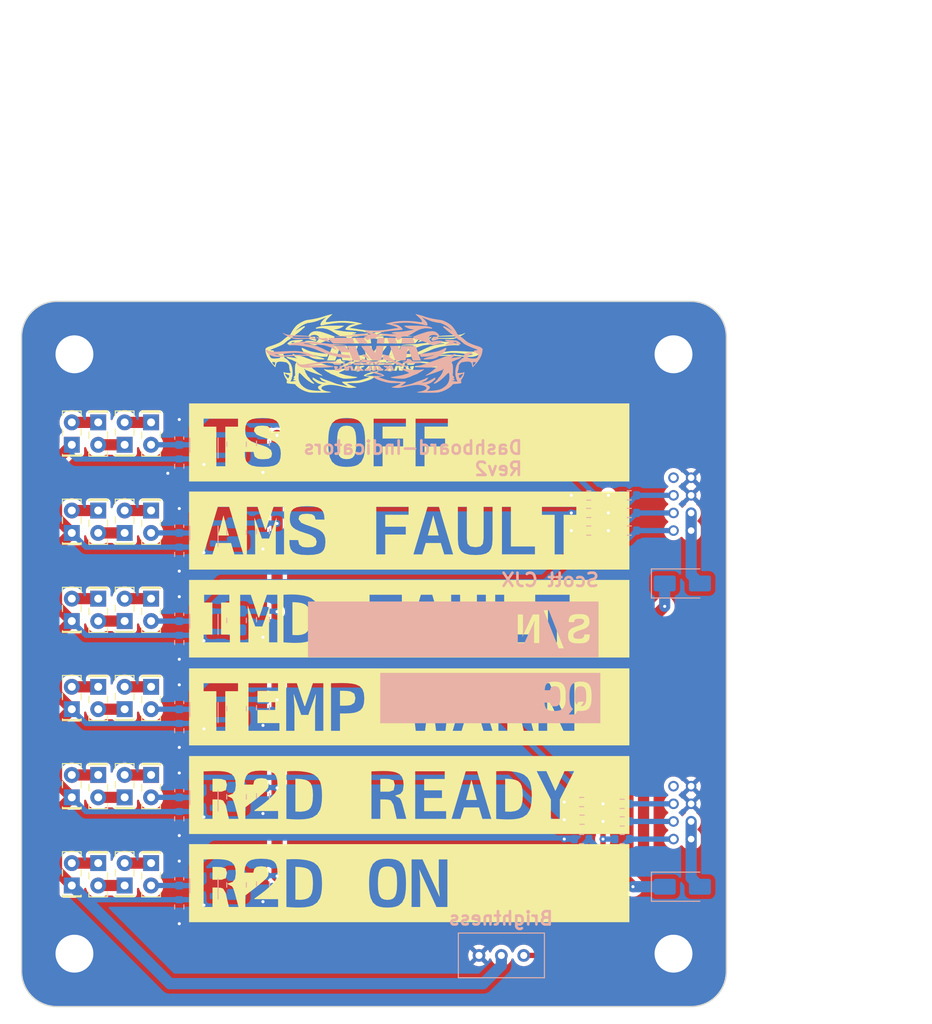
<source format=kicad_pcb>
(kicad_pcb (version 20221018) (generator pcbnew)
  (title_block (title "Dashboard Indicators") (date "2024-02-02") (rev "2") (company "Scott CJX"))
  (layers (0 "F.Cu" signal) (31 "B.Cu" signal) (34 "B.Paste" user) (35 "F.Paste" user) (36 "B.SilkS" user "B.Silkscreen") (37 "F.SilkS" user "F.Silkscreen") (38 "B.Mask" user) (39 "F.Mask" user) (44 "Edge.Cuts" user))
  (net 0 "")
  (net 1 "VCC")
  (net 2 "GND")
  (net 3 "/R2D ON Indicator/V_{OUT}")
  (net 5 "/AMS FAULT Indicator/V_{OUT}")
  (net 6 "/IMD FAULT Indicator/V_{OUT}")
  (net 7 "/TS OFF Indicator/V_{OUT}")
  (net 8 "/Overtemp Indicator/V_{OUT}")
  (net 9 "Net-(D201-K)")
  (net 10 "Net-(D202-K)")
  (net 11 "Net-(D203-K)")
  (net 12 "/AMS FAULT Indicator/FB")
  (net 13 "Net-(D301-K)")
  (net 14 "Net-(D302-K)")
  (net 15 "Net-(D303-K)")
  (net 16 "Net-(D401-K)")
  (net 17 "Net-(D402-K)")
  (net 18 "Net-(D403-K)")
  (net 19 "Net-(D501-K)")
  (net 20 "Net-(D502-K)")
  (net 21 "Net-(D503-K)")
  (net 22 "Net-(U201-SW)")
  (net 23 "/AMS FAULT Indicator/CTRL")
  (net 24 "Net-(U301-SW)")
  (net 25 "/IMD FAULT Indicator/CTRL")
  (net 26 "Net-(U401-SW)")
  (net 27 "/TS OFF Indicator/CTRL")
  (net 28 "Net-(U501-SW)")
  (net 29 "/Overtemp Indicator/CTRL")
  (net 31 "/R2D RDY Indicator/V_{OUT}")
  (net 32 "Net-(D101-A)")
  (net 33 "Net-(D102-A)")
  (net 34 "Net-(D601-K)")
  (net 35 "Net-(D602-K)")
  (net 36 "Net-(D603-K)")
  (net 37 "Net-(D701-K)")
  (net 38 "Net-(D702-K)")
  (net 39 "Net-(D703-K)")
  (net 40 "/R2D ON Indicator/CTRL")
  (net 41 "/R2D RDY Indicator/CTRL")
  (net 42 "Net-(U601-SW)")
  (net 43 "Net-(U701-SW)")
  (footprint "LED_THT:LED_Rectangular_W5.0mm_H2.0mm" (layer "F.Cu") (at 61.7 76.265 90)
    (fp_text reference "D302" hide)
    (fp_text value "LED")
  )
  (footprint "LED_THT:LED_Rectangular_W5.0mm_H2.0mm" (layer "F.Cu") (at 58.7 63.725 -90)
    (fp_text reference "D203" hide)
    (fp_text value "LED")
  )
  (footprint "LED_THT:LED_Rectangular_W5.0mm_H2.0mm" (layer "F.Cu") (at 58.7 83.725 -90)
    (fp_text reference "D403" hide)
    (fp_text value "LED")
  )
  (footprint "LED_THT:LED_Rectangular_W5.0mm_H2.0mm" (layer "F.Cu") (at 58.7 73.725 -90)
    (fp_text reference "D303" hide)
    (fp_text value "LED")
  )
  (footprint "LED_THT:LED_Rectangular_W5.0mm_H2.0mm" (layer "F.Cu") (at 64.7 73.725 -90)
    (fp_text reference "D301" hide)
    (fp_text value "LED")
  )
  (footprint "LED_THT:LED_Rectangular_W5.0mm_H2.0mm" (layer "F.Cu") (at 61.7 66.265 90)
    (fp_text reference "D202" hide)
    (fp_text value "LED")
  )
  (footprint "LED_THT:LED_Rectangular_W5.0mm_H2.0mm" (layer "F.Cu") (at 61.7 96.265 90)
    (fp_text reference "D502" hide)
    (fp_text value "LED")
  )
  (footprint "kibuzzard-65BB451D" (layer "F.Cu") (at 94 116)
    (fp_text reference "kibuzzard-65BB451D" hide)
    (fp_text value "G***" hide)
  )
  (footprint "LED_THT:LED_Rectangular_W5.0mm_H2.0mm" (layer "F.Cu") (at 55.7 86.265 90)
    (fp_text reference "D404" hide)
    (fp_text value "LED")
  )
  (footprint "LED_THT:LED_Rectangular_W5.0mm_H2.0mm" (layer "F.Cu") (at 64.7 83.725 -90)
    (fp_text reference "D401" hide)
    (fp_text value "LED")
  )
  (footprint "LED_THT:LED_Rectangular_W5.0mm_H2.0mm" (layer "F.Cu") (at 64.7 63.725 -90)
    (fp_text reference "D201" hide)
    (fp_text value "LED")
  )
  (footprint "kibuzzard-65BB44D5" (layer "F.Cu") (at 94 86)
    (fp_text reference "kibuzzard-65BB44D5" hide)
    (fp_text value "G***" hide)
  )
  (footprint "kibuzzard-65BB44FC" (layer "F.Cu") (at 94 76)
    (fp_text reference "kibuzzard-65BB44FC" hide)
    (fp_text value "G***" hide)
  )
  (footprint "LED_THT:LED_Rectangular_W5.0mm_H2.0mm" (layer "F.Cu") (at 64.7 113.725 -90)
    (fp_text reference "D701" hide)
    (fp_text value "LED")
  )
  (footprint "LED_THT:LED_Rectangular_W5.0mm_H2.0mm" (layer "F.Cu") (at 64.7 103.725 -90)
    (fp_text reference "D601" hide)
    (fp_text value "LED")
  )
  (footprint "LED_THT:LED_Rectangular_W5.0mm_H2.0mm" (layer "F.Cu") (at 58.7 93.725 -90)
    (fp_text reference "D503" hide)
    (fp_text value "LED")
  )
  (footprint "LED_THT:LED_Rectangular_W5.0mm_H2.0mm" (layer "F.Cu") (at 55.7 66.265 90)
    (fp_text reference "D204" hide)
    (fp_text value "LED")
  )
  (footprint "kibuzzard-65BB5B6A" (layer "F.Cu") (at 94 106)
    (fp_text reference "kibuzzard-65BB5B6A" hide)
    (fp_text value "G***" hide)
  )
  (footprint "LED_THT:LED_Rectangular_W5.0mm_H2.0mm" (layer "F.Cu") (at 58.7 113.725 -90)
    (fp_text reference "D703" hide)
    (fp_text value "LED")
  )
  (footprint "kibuzzard-65BB4501" (layer "F.Cu") (at 94 66)
    (fp_text reference "kibuzzard-65BB4501" hide)
    (fp_text value "G***" hide)
  )
  (footprint "NVF-Kicad:NVF-Logo-30mm" (layer "F.Cu") (at 90.050098 58.5)
    (fp_text reference "G***" hide)
    (fp_text value "LOGO" hide)
  )
  (footprint "LED_THT:LED_Rectangular_W5.0mm_H2.0mm" (layer "F.Cu") (at 55.7 116.265 90)
    (fp_text reference "D704" hide)
    (fp_text value "LED")
  )
  (footprint "LED_THT:LED_Rectangular_W5.0mm_H2.0mm" (layer "F.Cu") (at 61.7 116.265 90)
    (fp_text reference "D702" hide)
    (fp_text value "LED")
  )
  (footprint "kibuzzard-65BB4514" (layer "F.Cu") (at 94 96)
    (fp_text reference "kibuzzard-65BB4514" hide)
    (fp_text value "G***" hide)
  )
  (footprint "MountingHole:MountingHole_4.3mm_M4_DIN965_Pad_TopBottom" (layer "F.Cu") (at 124 124)
    (fp_text reference "H104" hide)
    (fp_text value "MountingHole_Pad")
  )
  (footprint "LED_THT:LED_Rectangular_W5.0mm_H2.0mm" (layer "F.Cu") (at 58.7 103.725 -90)
    (fp_text reference "D603" hide)
    (fp_text value "LED")
  )
  (footprint "LED_THT:LED_Rectangular_W5.0mm_H2.0mm" (layer "F.Cu") (at 64.7 93.725 -90)
    (fp_text reference "D501" hide)
    (fp_text value "LED")
  )
  (footprint "LED_THT:LED_Rectangular_W5.0mm_H2.0mm" (layer "F.Cu") (at 55.7 106.265 90)
    (fp_text reference "D604" hide)
    (fp_text value "LED")
  )
  (footprint "LED_THT:LED_Rectangular_W5.0mm_H2.0mm" (layer "F.Cu") (at 55.7 96.265 90)
    (fp_text reference "D504" hide)
    (fp_text value "LED")
  )
  (footprint "LED_THT:LED_Rectangular_W5.0mm_H2.0mm" (layer "F.Cu") (at 61.7 106.265 90)
    (fp_text reference "D602" hide)
    (fp_text value "LED")
  )
  (footprint "LED_THT:LED_Rectangular_W5.0mm_H2.0mm" (layer "F.Cu") (at 55.7 76.265 90)
    (fp_text reference "D304" hide)
    (fp_text value "LED")
  )
  (footprint "MountingHole:MountingHole_4.3mm_M4_DIN965_Pad_TopBottom" (layer "F.Cu") (at 124 56)
    (fp_text reference "H102" hide)
    (fp_text value "MountingHole_Pad")
  )
  (footprint "LED_THT:LED_Rectangular_W5.0mm_H2.0mm" (layer "F.Cu") (at 61.7 86.265 90)
    (fp_text reference "D402" hide)
    (fp_text value "LED")
  )
  (footprint "MountingHole:MountingHole_4.3mm_M4_DIN965_Pad_TopBottom" (layer "F.Cu") (at 56 56)
    (fp_text reference "H101" hide)
    (fp_text value "MountingHole_Pad")
  )
  (footprint "MountingHole:MountingHole_4.3mm_M4_DIN965_Pad_TopBottom" (layer "F.Cu") (at 56 124)
    (fp_text reference "H103" hide)
    (fp_text value "MountingHole_Pad")
  )
  (footprint "Package_SO:TSOP-6_1.65x3.05mm_P0.95mm" (layer "B.Cu") (at 70.7 76.3 90)
    (fp_text reference "U301" hide)
    (fp_text value "AP3019A" hide)
  )
  (footprint "Capacitor_SMD:C_0603_1608Metric" (layer "B.Cu") (at 67.9 105.5 90)
    (fp_text reference "C602" hide)
    (fp_text value "220n" hide)
  )
  (footprint "Capacitor_SMD:C_0603_1608Metric" (layer "B.Cu") (at 67.9 75.5 90)
    (fp_text reference "C302" hide)
    (fp_text value "220n" hide)
  )
  (footprint "Inductor_SMD:L_1008_2520Metric" (layer "B.Cu") (at 74.4 116.2 -90)
    (fp_text reference "L701" hide)
    (fp_text value "22uH" hide)
  )
  (footprint "Resistor_SMD:R_0603_1608Metric" (layer "B.Cu") (at 114.375 76)
    (fp_text reference "R109" hide)
    (fp_text value "1k")
  )
  (footprint "Resistor_SMD:R_0603_1608Metric" (layer "B.Cu") (at 67.9 78.7 -90)
    (fp_text reference "R301" hide)
    (fp_text value "10" hide)
  )
  (footprint "Package_SO:TSOP-6_1.65x3.05mm_P0.95mm" (layer "B.Cu") (at 70.7 96.3 90)
    (fp_text reference "U501" hide)
    (fp_text value "AP3019A" hide)
  )
  (footprint "Resistor_SMD:R_0603_1608Metric" (layer "B.Cu") (at 118.175 111 180)
    (fp_text reference "R105" hide)
    (fp_text value "4k7")
  )
  (footprint "Capacitor_SMD:C_0603_1608Metric" (layer "B.Cu") (at 67.9 115.5 90)
    (fp_text reference "C702" hide)
    (fp_text value "220n" hide)
  )
  (footprint "Inductor_SMD:L_1008_2520Metric" (layer "B.Cu") (at 74.4 76.2 -90)
    (fp_text reference "L301" hide)
    (fp_text value "22uH" hide)
  )
  (footprint "Package_SO:TSOP-6_1.65x3.05mm_P0.95mm" (layer "B.Cu") (at 70.7 116.3 90)
    (fp_text reference "U701" hide)
    (fp_text value "AP3019A" hide)
  )
  (footprint "Resistor_SMD:R_0603_1608Metric" (layer "B.Cu") (at 67.9 88.7 -90)
    (fp_text reference "R401" hide)
    (fp_text value "10" hide)
  )
  (footprint "Capacitor_SMD:C_0603_1608Metric" (layer "B.Cu") (at 67.9 65.5 90)
    (fp_text reference "C202" hide)
    (fp_text value "220n")
  )
  (footprint "kibuzzard-65BBEACE" (layer "B.Cu") (at 103.2 95 180)
    (fp_text reference "kibuzzard-65BBEACE" hide)
    (fp_text value "G***" hide)
  )
  (footprint "Package_SO:TSOP-6_1.65x3.05mm_P0.95mm" (layer "B.Cu") (at 70.7 86.3 90)
    (fp_text reference "U401" hide)
    (fp_text value "AP3019A" hide)
  )
  (footprint "Capacitor_SMD:C_0805_2012Metric" (layer "B.Cu") (at 77.4 116.1 -90)
    (fp_text reference "C701" hide)
    (fp_text value "1u" hide)
  )
  (footprint "Capacitor_SMD:C_0805_2012Metric" (layer "B.Cu") (at 77.4 106.1 -90)
    (fp_text reference "C601" hide)
    (fp_text value "1u" hide)
  )
  (footprint "Inductor_SMD:L_1008_2520Metric" (layer "B.Cu") (at 74.4 66.2 -90)
    (fp_text reference "L201" hide)
    (fp_text value "22uH")
  )
  (footprint "Resistor_SMD:R_0603_1608Metric" (layer "B.Cu") (at 118.175 109 180)
    (fp_text reference "R106" hide)
    (fp_text value "4k7")
  )
  (footprint "kibuzzard-65BBEAC3" (layer "B.Cu") (at 99 87.2 180)
    (fp_text reference "kibuzzard-65BBEAC3" hide)
    (fp_text value "G***" hide)
  )
  (footprint "Resistor_SMD:R_0603_1608Metric" (layer "B.Cu") (at 67.9 118.7 -90)
    (fp_text reference "R701" hide)
    (fp_text value "10" hide)
  )
  (footprint "NVF-Kicad:NVF-Logo-30mm" (layer "B.Cu") (at 89.9499 58.5 180)
    (fp_text reference "G***" hide)
    (fp_text value "LOGO" hide)
  )
  (footprint "Resistor_SMD:R_0603_1608Metric" (layer "B.Cu") (at 113.575 106.8)
    (fp_text reference "R110" hide)
    (fp_text value "1k")
  )
  (footprint "Capacitor_SMD:C_0805_2012Metric" (layer "B.Cu") (at 77.4 66.1 -90)
    (fp_text reference "C201" hide)
    (fp_text value "1u")
  )
  (footprint "Resistor_SMD:R_0603_1608Metric" (layer "B.Cu") (at 67.9 108.7 -90)
    (fp_text reference "R601" hide)
    (fp_text value "10" hide)
  )
  (footprint "NVF-Kicad:PHD_02x04V-H" (layer "B.Cu") (at 125 108 90)
    (fp_text reference "J102" hide)
    (fp_text value "PHD_02x04V-H")
  )
  (footprint "Inductor_SMD:L_1008_2520Metric" (layer "B.Cu") (at 74.4 106.2 -90)
    (fp_text reference "L601" hide)
    (fp_text value "22uH" hide)
  )
  (footprint "Resistor_SMD:R_0603_1608Metric" (layer "B.Cu") (at 118.975 76 180)
    (fp_text reference "R103" hide)
    (fp_text value "4k7")
  )
  (footprint "Potentiometer_THT:Potentiometer_Bourns_3296W_Vertical" (layer "B.Cu") (at 107 124.2)
    (fp_text reference "RV101" hide)
    (fp_text value "R_Potentiometer")
  )
  (footprint "Resistor_SMD:R_0603_1608Metric" (layer "B.Cu") (at 67.9 98.7 -90)
    (fp_text reference "R501" hide)
    (fp_text value "10" hide)
  )
  (footprint "Package_SO:TSOP-6_1.65x3.05mm_P0.95mm" (layer "B.Cu") (at 70.7 106.3 90)
    (fp_text reference "U601" hide)
    (fp_text value "AP3019A" hide)
  )
  (footprint "NVF-Kicad:PHD_02x04V-H" (layer "B.Cu") (at 125 73 90)
    (fp_text reference "J101" hide)
    (fp_text value "PHD_02x04V-H")
  )
  (footprint "Inductor_SMD:L_1008_2520Metric" (layer "B.Cu") (at 74.4 86.2 -90)
    (fp_text reference "L401" hide)
    (fp_text value "22uH" hide)
  )
  (footprint "Capacitor_SMD:C_0603_1608Metric" (layer "B.Cu") (at 67.9 95.5 90)
    (fp_text reference "C502" hide)
    (fp_text value "220n" hide)
  )
  (footprint "Resistor_SMD:R_0603_1608Metric" (layer "B.Cu") (at 118.975 74 180)
    (fp_text reference "R102" hide)
    (fp_text value "4k7")
  )
  (footprint "Package_SO:TSOP-6_1.65x3.05mm_P0.95mm" (layer "B.Cu") (at 70.7 66.3 90)
    (fp_text reference "U201" hide)
    (fp_text value "AP3019A")
  )
  (footprint "Diode_SMD:D_SMA" (layer "B.Cu") (at 125 116.4)
    (fp_text reference "D102" hide)
    (fp_text value "SS14")
  )
  (footprint "Resistor_SMD:R_0603_1608Metric" (layer "B.Cu") (at 114.375 74)
    (fp_text reference "R108" hide)
    (fp_text value "1k")
  )
  (footprint "Capacitor_SMD:C_0805_2012Metric" (layer "B.Cu") (at 77.4 76.1 -90)
    (fp_text reference "C301" hide)
    (fp_text value "1u" hide)
  )
  (footprint "Resistor_SMD:R_0603_1608Metric" (layer "B.Cu") (at 118.175 107 180)
    (fp_text reference "R104" hide)
    (fp_text value "4k7")
  )
  (footprint "Resistor_SMD:R_0603_1608Metric" (layer "B.Cu") (at 67.9 68.7 -90)
    (fp_text reference "R201" hide)
    (fp_text value "10")
  )
  (footprint "Resistor_SMD:R_0603_1608Metric" (layer "B.Cu") (at 113.575 111)
    (fp_text reference "R111" hide)
    (fp_text value "1k")
  )
  (footprint "Capacitor_SMD:C_0603_1608Metric" (layer "B.Cu") (at 67.9 85.5 90)
    (fp_text reference "C402" hide)
    (fp_text value "220n" hide)
  )
  (footprint "Capacitor_SMD:C_0805_2012Metric" (layer "B.Cu") (at 77.4 86.1 -90)
    (fp_text reference "C401" hide)
    (fp_text value "1u" hide)
  )
  (footprint "Capacitor_SMD:C_0805_2012Metric" (layer "B.Cu") (at 77.4 96.1 -90)
    (fp_text reference "C501" hide)
    (fp_text value "1u" hide)
  )
  (footprint "Resistor_SMD:R_0603_1608Metric" (layer "B.Cu") (at 114.375 72.025)
    (fp_text reference "R107" hide)
    (fp_text value "1k")
  )
  (footprint "Resistor_SMD:R_0603_1608Metric" (layer "B.Cu") (at 118.975 72 180)
    (fp_text reference "R101" hide)
    (fp_text value "4k7")
  )
  (footprint "Inductor_SMD:L_1008_2520Metric" (layer "B.Cu") (at 74.4 96.2 -90)
    (fp_text reference "L501" hide)
    (fp_text value "22uH" hide)
  )
  (footprint "Diode_SMD:D_SMA" (layer "B.Cu") (at 125 82)
    (fp_text reference "D101" hide)
    (fp_text value "SS14")
  )
  (footprint "Resistor_SMD:R_0603_1608Metric" (layer "B.Cu") (at 113.625 108.8)
    (fp_text reference "R112" hide)
    (fp_text value "1k")
  )
  (gr_poly (pts (arc (start 50 125.999999) (mid 51.171573 128.828426) (end 54 129.999999)) (arc (start 126 129.999999) (mid 128.828427 128.828426) (end 130 125.999999)) (arc (start 130 53.999999) (mid 128.828427 51.171572) (end 126 49.999999)) (arc (start 54 49.999999) (mid 51.171573 51.171572) (end 50 53.999999))) (stroke (width 0.15)) (fill none) (layer "Edge.Cuts"))
  (gr_text "Scott CJX" (at 110 81.6) (layer "B.SilkS") (effects (font (size 1.5 1.5) (thickness 0.3) bold) (justify mirror)))
  (gr_text "Brightness" (at 104.4 120) (layer "B.SilkS") (effects (font (size 1.5 1.5) (thickness 0.3) bold) (justify mirror)))
  (gr_text "Dashboard-Indicators\nRev2" (at 107 67.8) (layer "B.SilkS") (effects (font (size 1.5 1.5) (thickness 0.3) bold) (justify left mirror)))
  (segment (start 119.4 116.4) (end 118.2 115.2) (width 1.27) (layer "F.Cu") (net 1))
  (segment (start 116.6 83) (end 120.6 87) (width 0.6) (layer "F.Cu") (net 1))
  (segment (start 118.2 115.2) (end 109.2 124.2) (width 0.6) (layer "F.Cu") (net 1))
  (segment (start 118.2 115.2) (end 79 115.2) (width 1.27) (layer "F.Cu") (net 1))
  (segment (start 120.6 87) (end 120.6 112.8) (width 1.27) (layer "F.Cu") (net 1))
  (segment (start 116 107) (end 116 113) (width 0.6) (layer "F.Cu") (net 1))
  (segment (start 109.2 124.2) (end 107 124.2) (width 0.6) (layer "F.Cu") (net 1))
  (segment (start 123 84.6) (end 120.6 87) (width 1.27) (layer "F.Cu") (net 1))
  (segment (start 116.6 76) (end 116.6 83) (width 0.6) (layer "F.Cu") (net 1))
  (segment (start 120.6 112.8) (end 118.2 115.2) (width 1.27) (layer "F.Cu") (net 1))
  (segment (start 116.6 76) (end 116.6 72) (width 0.6) (layer "F.Cu") (net 1))
  (segment (start 116 113) (end 118.2 115.2) (width 0.6) (layer "F.Cu") (net 1))
  (segment (start 79 65.2) (end 79 115.2) (width 1.27) (layer "F.Cu") (net 1))
  (via (at 116.6 76) (size 0.8) (drill 0.35) (layers "F.Cu" "B.Cu") (net 1))
  (via (at 116 109) (size 0.8) (drill 0.35) (layers "F.Cu" "B.Cu") (net 1))
  (via (at 79 95.2) (size 0.8) (drill 0.35) (layers "F.Cu" "B.Cu") (net 1))
  (via (at 79 85.2) (size 0.8) (drill 0.35) (layers "F.Cu" "B.Cu") (net 1))
  (via (at 79 115.2) (size 0.8) (drill 0.35) (layers "F.Cu" "B.Cu") (net 1))
  (via (at 119.4 116.4) (size 0.8) (drill 0.35) (layers "F.Cu" "B.Cu") (net 1))
  (via (at 116.6 72) (size 0.8) (drill 0.35) (layers "F.Cu" "B.Cu") (net 1))
  (via (at 79 75.2) (size 0.8) (drill 0.35) (layers "F.Cu" "B.Cu") (net 1))
  (via (at 79 65.2) (size 0.8) (drill 0.35) (layers "F.Cu" "B.Cu") (net 1))
  (via (at 123 84.6) (size 0.8) (drill 0.35) (layers "F.Cu" "B.Cu") (net 1))
  (via (at 116 107) (size 0.8) (drill 0.35) (layers "F.Cu" "B.Cu") (net 1))
  (via (at 79 105.2) (size 0.8) (drill 0.35) (layers "F.Cu" "B.Cu") (net 1))
  (via (at 116.6 74) (size 0.8) (drill 0.35) (layers "F.Cu" "B.Cu") (net 1))
  (via (at 116 111) (size 0.8) (drill 0.35) (layers "F.Cu" "B.Cu") (net 1))
  (segment (start 77.4 105.15) (end 78.95 105.15) (width 0.6) (layer "B.Cu") (net 1))
  (segment (start 71.65 85.14) (end 74.385 85.14) (width 0.6) (layer "B.Cu") (net 1))
  (segment (start 118.15 76) (end 116.6 76) (width 0.6) (layer "B.Cu") (net 1))
  (segment (start 77.4 95.15) (end 74.425 95.15) (width 0.6) (layer "B.Cu") (net 1))
  (segment (start 118.15 74) (end 116.6 74) (width 0.6) (layer "B.Cu") (net 1))
  (segment (start 77.4 75.15) (end 74.425 75.15) (width 0.6) (layer "B.Cu") (net 1))
  (segment (start 77.4 85.15) (end 78.95 85.15) (width 0.6) (layer "B.Cu") (net 1))
  (segment (start 71.65 95.14) (end 74.385 95.14) (width 0.6) (layer "B.Cu") (net 1))
  (segment (start 77.4 115.15) (end 74.425 115.15) (width 0.6) (layer "B.Cu") (net 1))
  (segment (start 71.65 65.14) (end 74.385 65.14) (width 0.6) (layer "B.Cu") (net 1))
  (segment (start 123 82) (end 123 84.6) (width 1.27) (layer "B.Cu") (net 1))
  (segment (start 71.65 75.14) (end 74.385 75.14) (width 0.6) (layer "B.Cu") (net 1))
  (segment (start 77.4 115.15) (end 78.95 115.15) (width 0.6) (layer "B.Cu") (net 1))
  (segment (start 78.95 75.15) (end 79 75.2) (width 0.6) (layer "B.Cu") (net 1))
  (segment (start 77.4 85.15) (end 74.425 85.15) (width 0.6) (layer "B.Cu") (net 1))
  (segment (start 77.4 65.15) (end 78.95 65.15) (width 0.6) (layer "B.Cu") (net 1))
  (segment (start 78.95 95.15) (end 79 95.2) (width 0.6) (layer "B.Cu") (net 1))
  (segment (start 77.4 75.15) (end 78.95 75.15) (width 0.6) (layer "B.Cu") (net 1))
  (segment (start 117.35 107) (end 116 107) (width 0.6) (layer "B.Cu") (net 1))
  (segment (start 117.35 111) (end 116 111) (width 0.6) (layer "B.Cu") (net 1))
  (segment (start 71.65 115.14) (end 74.385 115.14) (width 0.6) (layer "B.Cu") (net 1))
  (segment (start 78.95 115.15) (end 79 115.2) (width 0.6) (layer "B.Cu") (net 1))
  (segment (start 119.4 116.4) (end 123 116.4) (width 1.27) (layer "B.Cu") (net 1))
  (segment (start 74.385 65.14) (end 74.4 65.125) (width 0.6) (layer "B.Cu") (net 1))
  (segment (start 71.65 105.14) (end 74.385 105.14) (width 0.6) (layer "B.Cu") (net 1))
  (segment (start 74.4 65.125) (end 77.375 65.125) (width 0.6) (layer "B.Cu") (net 1))
  (segment (start 78.95 65.15) (end 79 65.2) (width 0.6) (layer "B.Cu") (net 1))
  (segment (start 117.35 109) (end 116 109) (width 0.6) (layer "B.Cu") (net 1))
  (segment (start 118.15 72) (end 116.6 72) (width 0.6) (layer "B.Cu") (net 1))
  (segment (start 77.4 95.15) (end 78.95 95.15) (width 0.6) (layer "B.Cu") (net 1))
  (segment (start 77.4 105.15) (end 74.425 105.15) (width 0.6) (layer "B.Cu") (net 1))
  (segment (start 78.95 105.15) (end 79 105.2) (width 0.6) (layer "B.Cu") (net 1))
  (via (at 77.4 69.4) (size 0.8) (drill 0.35) (layers "F.Cu" "B.Cu") (net 2))
  (via (at 67.9 63.4) (size 0.8) (drill 0.35) (layers "F.Cu" "B.Cu") (net 2))
  (via (at 77.4 98.1) (size 0.8) (drill 0.35) (layers "F.Cu" "B.Cu") (net 2))
  (via (at 67.9 73.5) (size 0.8) (drill 0.35) (layers "F.Cu" "B.Cu") (net 2))
  (via (at 70.7 88.5) (size 0.8) (drill 0.35) (layers "F.Cu" "B.Cu") (net 2))
  (via (at 67.9 120.6) (size 0.8) (drill 0.35) (layers "F.Cu" "B.Cu") (net 2))
  (via (at 77.4 88.1) (size 0.8) (drill 0.35) (layers "F.Cu" "B.Cu") (net 2))
  (via (at 70.7 118.5) (size 0.8) (drill 0.35) (layers "F.Cu" "B.Cu") (net 2))
  (via (at 70.7 98.5) (size 0.8) (drill 0.35) (layers "F.Cu" "B.Cu") (net 2))
  (via (at 112.4 74) (size 0.8) (drill 0.35) (layers "F.Cu" "B.Cu") (net 2))
  (via (at 77.4 78.1) (size 0.8) (drill 0.35) (layers "F.Cu" "B.Cu") (net 2))
  (via (at 77.4 108.1) (size 0.8) (drill 0.35) (layers "F.Cu" "B.Cu") (net 2))
  (via (at 112.4 76) (size 0.8) (drill 0.35) (layers "F.Cu" "B.Cu") (net 2))
  (via (at 67.9 80.6) (size 0.8) (drill 0.35) (layers "F.Cu" "B.Cu") (net 2))
  (via (at 112.4 72) (size 0.8) (drill 0.35) (layers "F.Cu" "B.Cu") (net 2))
  (via (at 67.9 110.6) (size 0.8) (drill 0.35) (layers "F.Cu" "B.Cu") (net 2))
  (via (at 77.4 118.1) (size 0.8) (drill 0.35) (layers "F.Cu" "B.Cu") (net 2))
  (via (at 67.9 103.5) (size 0.8) (drill 0.35) (layers "F.Cu" "B.Cu") (net 2))
  (via (at 70.7 108.5) (size 0.8) (drill 0.35) (layers "F.Cu" "B.Cu") (net 2))
  (via (at 66.6 69.5) (size 0.8) (drill 0.35) (layers "F.Cu" "B.Cu") (net 2))
  (via (at 67.9 90.6) (size 0.8) (drill 0.35) (layers "F.Cu" "B.Cu") (net 2))
  (via (at 70.7 78.5) (size 0.8) (drill 0.35) (layers "F.Cu" "B.Cu") (net 2))
  (via (at 67.9 100.6) (size 0.8) (drill 0.35) (layers "F.Cu" "B.Cu") (net 2))
  (via (at 67.9 93.5) (size 0.8) (drill 0.35) (layers "F.Cu" "B.Cu") (net 2))
  (via (at 111.6 106.8) (size 0.8) (drill 0.35) (layers "F.Cu" "B.Cu") (net 2))
  (via (at 67.9 83.5) (size 0.8) (drill 0.35) (layers "F.Cu" "B.Cu") (net 2))
  (via (at 111.6 111) (size 0.8) (drill 0.35) (layers "F.Cu" "B.Cu") (net 2))
  (via (at 111.6 108.8) (size 0.8) (drill 0.35) (layers "F.Cu" "B.Cu") (net 2))
  (via (at 70.7 68.5) (size 0.8) (drill 0.35) (layers "F.Cu" "B.Cu") (net 2))
  (via (at 67.9 113.5) (size 0.8) (drill 0.35) (layers "F.Cu" "B.Cu") (net 2))
  (segment (start 112.75 106.8) (end 111.6 106.8) (width 0.6) (layer "B.Cu") (net 2))
  (segment (start 113.55 76) (end 112.4 76) (width 0.6) (layer "B.Cu") (net 2))
  (segment (start 67.9 74.725) (end 67.9 73.5) (width 0.6) (layer "B.Cu") (net 2))
  (segment (start 70.7 97.46) (end 70.7 98.5) (width 0.6) (layer "B.Cu") (net 2))
  (segment (start 112.8 108.8) (end 111.6 108.8) (width 0.6) (layer "B.Cu") (net 2))
  (segment (start 67.9 99.525) (end 67.9 100.6) (width 0.6) (layer "B.Cu") (net 2))
  (segment (start 67.9 104.725) (end 67.9 103.5) (width 0.6) (layer "B.Cu") (net 2))
  (segment (start 67.9 84.725) (end 67.9 83.5) (width 0.6) (layer "B.Cu") (net 2))
  (segment (start 67.9 109.525) (end 67.9 110.6) (width 0.6) (layer "B.Cu") (net 2))
  (segment (start 67.9 69.525) (end 66.625 69.525) (width 0.6) (layer "B.Cu") (net 2))
  (segment (start 112.425 72.025) (end 112.4 72) (width 0.6) (layer "B.Cu") (net 2))
  (segment (start 70.7 117.46) (end 70.7 118.5) (width 0.6) (layer "B.Cu") (net 2))
  (segment (start 67.9 94.725) (end 67.9 93.5) (width 0.6) (layer "B.Cu") (net 2))
  (segment (start 70.7 77.46) (end 70.7 78.5) (width 0.6) (layer "B.Cu") (net 2))
  (segment (start 70.7 67.46) (end 70.7 68.5) (width 0.6) (layer "B.Cu") (net 2))
  (segment (start 77.4 87.05) (end 77.4 88.1) (width 0.6) (layer "B.Cu") (net 2))
  (segment (start 70.7 107.46) (end 70.7 108.5) (width 0.6) (layer "B.Cu") (net 2))
  (segment (start 77.4 67.05) (end 77.4 69.4) (width 0.6) (layer "B.Cu") (net 2))
  (segment (start 112.75 111) (end 111.6 111) (width 0.6) (layer "B.Cu") (net 2))
  (segment (start 67.9 64.725) (end 67.9 63.4) (width 0.6) (layer "B.Cu") (net 2))
  (segment (start 113.55 74) (end 112.4 74) (width 0.6) (layer "B.Cu") (net 2))
  (segment (start 77.4 77.05) (end 77.4 78.1) (width 0.6) (layer "B.Cu") (net 2))
  (segment (start 113.55 72.025) (end 112.425 72.025) (width 0.6) (layer "B.Cu") (net 2))
  (segment (start 77.4 107.05) (end 77.4 108.1) (width 0.6) (layer "B.Cu") (net 2))
  (segment (start 67.9 79.525) (end 67.9 80.6) (width 0.6) (layer "B.Cu") (net 2))
  (segment (start 66.625 69.525) (end 66.6 69.5) (width 0.6) (layer "B.Cu") (net 2))
  (segment (start 70.7 87.46) (end 70.7 88.5) (width 0.6) (layer "B.Cu") (net 2))
  (segment (start 67.9 114.725) (end 67.9 113.5) (width 0.6) (layer "B.Cu") (net 2))
  (segment (start 67.9 89.525) (end 67.9 90.6) (width 0.6) (layer "B.Cu") (net 2))
  (segment (start 77.4 117.05) (end 77.4 118.1) (width 0.6) (layer "B.Cu") (net 2))
  (segment (start 67.9 119.525) (end 67.9 120.6) (width 0.6) (layer "B.Cu") (net 2))
  (segment (start 77.4 97.05) (end 77.4 98.1) (width 0.6) (layer "B.Cu") (net 2))
  (segment (start 67.89 106.265) (end 67.9 106.275) (width 0.6) (layer "B.Cu") (net 3))
  (segment (start 70.22 106.275) (end 70.7 105.795) (width 0.6) (layer "B.Cu") (net 3))
  (segment (start 64.7 106.265) (end 67.89 106.265) (width 0.6) (layer "B.Cu") (net 3))
  (segment (start 67.9 106.275) (end 70.22 106.275) (width 0.6) (layer "B.Cu") (net 3))
  (segment (start 70.7 105.795) (end 70.7 105.14) (width 0.6) (layer "B.Cu") (net 3))
  (segment (start 70.22 76.275) (end 70.7 75.795) (width 0.6) (layer "B.Cu") (net 5))
  (segment (start 70.7 75.795) (end 70.7 75.14) (width 0.6) (layer "B.Cu") (net 5))
  (segment (start 67.9 76.275) (end 70.22 76.275) (width 0.6) (layer "B.Cu") (net 5))
  (segment (start 67.89 76.265) (end 67.9 76.275) (width 0.6) (layer "B.Cu") (net 5))
  (segment (start 64.7 76.265) (end 67.89 76.265) (width 0.6) (layer "B.Cu") (net 5))
  (segment (start 64.7 86.265) (end 67.89 86.265) (width 0.6) (layer "B.Cu") (net 6))
  (segment (start 70.22 86.275) (end 70.7 85.795) (width 0.6) (layer "B.Cu") (net 6))
  (segment (start 67.89 86.265) (end 67.9 86.275) (width 0.6) (layer "B.Cu") (net 6))
  (segment (start 70.7 85.795) (end 70.7 85.14) (width 0.6) (layer "B.Cu") (net 6))
  (segment (start 67.9 86.275) (end 70.22 86.275) (width 0.6) (layer "B.Cu") (net 6))
  (segment (start 70.525 66.265) (end 70.7 66.09) (width 0.6) (layer "B.Cu") (net 7))
  (segment (start 70.7 66.09) (end 70.7 65.14) (width 0.6) (layer "B.Cu") (net 7))
  (segment (start 64.7 66.265) (end 70.525 66.265) (width 0.6) (layer "B.Cu") (net 7))
  (segment (start 67.9 96.275) (end 70.22 96.275) (width 0.6) (layer "B.Cu") (net 8))
  (segment (start 67.89 96.265) (end 67.9 96.275) (width 0.6) (layer "B.Cu") (net 8))
  (segment (start 70.22 96.275) (end 70.7 95.795) (width 0.6) (layer "B.Cu") (net 8))
  (segment (start 70.7 95.795) (end 70.7 95.14) (width 0.6) (layer "B.Cu") (net 8))
  (segment (start 64.7 96.265) (end 67.89 96.265) (width 0.6) (layer "B.Cu") (net 8))
  (segment (start 64.7 63.725) (end 61.7 63.725) (width 1.27) (layer "F.Cu") (net 9))
  (segment (start 61.7 66.265) (end 58.7 66.265) (width 1.27) (layer "F.Cu") (net 10))
  (segment (start 58.7 63.725) (end 55.7 63.725) (width 1.27) (layer "F.Cu") (net 11))
  (segment (start 55.7 96.265) (end 53.965 98) (width 1.27) (layer "F.Cu") (net 12))
  (segment (start 53.965 88) (end 53.965 94.53) (width 1.27) (layer "F.Cu") (net 12))
  (segment (start 53.965 114.53) (end 55.7 116.265) (width 1.27) (layer "F.Cu") (net 12))
  (segment (start 53.965 94.53) (end 55.7 96.265) (width 1.27) (layer "F.Cu") (net 12))
  (segment (start 55.7 106.265) (end 53.965 108) (width 1.27) (layer "F.Cu") (net 12))
  (segment (start 53.965 98) (end 53.965 104.53) (width 1.27) (layer "F.Cu") (net 12))
  (segment (start 53.965 108) (end 53.965 114.53) (width 1.27) (layer "F.Cu") (net 12))
  (segment (start 53.965 68) (end 53.965 74.53) (width 1.27) (layer "F.Cu") (net 12))
  (segment (start 53.965 104.53) (end 55.7 106.265) (width 1.27) (layer "F.Cu") (net 12))
  (segment (start 55.7 86.265) (end 53.965 88) (width 1.27) (layer "F.Cu") (net 12))
  (segment (start 55.7 76.265) (end 53.965 78) (width 1.27) (layer "F.Cu") (net 12))
  (segment (start 53.965 84.53) (end 55.7 86.265) (width 1.27) (layer "F.Cu") (net 12))
  (segment (start 53.965 78) (end 53.965 84.53) (width 1.27) (layer "F.Cu") (net 12))
  (segment (start 53.965 74.53) (end 55.7 76.265) (width 1.27) (layer "F.Cu") (net 12))
  (segment (start 55.7 66.265) (end 53.965 68) (width 1.27) (layer "F.Cu") (net 12))
  (segment (start 67.9 97.875) (end 69.335 97.875) (width 0.6) (layer "B.Cu") (net 12))
  (segment (start 57.31 117.875) (end 55.7 116.265) (width 0.6) (layer "B.Cu") (net 12))
  (segment (start 104.46 125.34) (end 104.46 124.2) (width 1.27) (layer "B.Cu") (net 12))
  (segment (start 67.9 117.875) (end 69.335 117.875) (width 0.6) (layer "B.Cu") (net 12))
  (segment (start 67.9 87.875) (end 69.335 87.875) (width 0.6) (layer "B.Cu") (net 12))
  (segment (start 67.9 67.875) (end 56.175 67.875) (width 0.6) (layer "B.Cu") (net 12))
  (segment (start 55.7 67.4) (end 55.7 66.265) (width 0.6) (layer "B.Cu") (net 12))
  (segment (start 66.835 127.4) (end 102.4 127.4) (width 1.27) (layer "B.Cu") (net 12))
  (segment (start 67.9 107.875) (end 57.31 107.875) (width 0.6) (layer "B.Cu") (net 12))
  (segment (start 69.335 67.875) (end 69.75 67.46) (width 0.6) (layer "B.Cu") (net 12))
  (segment (start 67.9 107.875) (end 69.335 107.875) (width 0.6) (layer "B.Cu") (net 12))
  (segment (start 67.9 67.875) (end 69.335 67.875) (width 0.6) (layer "B.Cu") (net 12))
  (segment (start 69.335 77.875) (end 69.75 77.46) (width 0.6) (layer "B.Cu") (net 12))
  (segment (start 56.175 67.875) (end 55.7 67.4) (width 0.6) (layer "B.Cu") (net 12))
  (segment (start 69.335 87.875) (end 69.75 87.46) (width 0.6) (layer "B.Cu") (net 12))
  (segment (start 67.9 77.875) (end 57.31 77.875) (width 0.6) (layer "B.Cu") (net 12))
  (segment (start 102.4 127.4) (end 104.46 125.34) (width 1.27) (layer "B.Cu") (net 12))
  (segment (start 55.7 116.265) (end 66.835 127.4) (width 1.27) (layer "B.Cu") (net 12))
  (segment (start 57.31 107.875) (end 55.7 106.265) (width 0.6) (layer "B.Cu") (net 12))
  (segment (start 67.9 117.875) (end 57.31 117.875) (width 0.6) (layer "B.Cu") (net 12))
  (segment (start 57.31 87.875) (end 55.7 86.265) (width 0.6) (layer "B.Cu") (net 12))
  (segment (start 69.335 97.875) (end 69.75 97.46) (width 0.6) (layer "B.Cu") (net 12))
  (segment (start 55.7 96.265) (end 57.31 97.875) (width 0.6) (layer "B.Cu") (net 12))
  (segment (start 69.335 107.875) (end 69.75 107.46) (width 0.6) (layer "B.Cu") (net 12))
  (segment (start 67.9 77.875) (end 69.335 77.875) (width 0.6) (layer "B.Cu") (net 12))
  (segment (start 69.335 117.875) (end 69.75 117.46) (width 0.6) (layer "B.Cu") (net 12))
  (segment (start 67.9 87.875) (end 57.31 87.875) (width 0.6) (layer "B.Cu") (net 12))
  (segment (start 57.31 97.875) (end 67.9 97.875) (width 0.6) (layer "B.Cu") (net 12))
  (segment (start 57.31 77.875) (end 55.7 76.265) (width 0.6) (layer "B.Cu") (net 12))
  (segment (start 64.7 73.725) (end 61.7 73.725) (width 1.27) (layer "F.Cu") (net 13))
  (segment (start 61.7 76.265) (end 58.7 76.265) (width 1.27) (layer "F.Cu") (net 14))
  (segment (start 58.7 73.725) (end 55.7 73.725) (width 1.27) (layer "F.Cu") (net 15))
  (segment (start 64.7 83.725) (end 61.7 83.725) (width 1.27) (layer "F.Cu") (net 16))
  (segment (start 61.7 86.265) (end 58.7 86.265) (width 1.27) (layer "F.Cu") (net 17))
  (segment (start 58.7 83.725) (end 55.7 83.725) (width 1.27) (layer "F.Cu") (net 18))
  (segment (start 64.7 93.725) (end 61.7 93.725) (width 1.27) (layer "F.Cu") (net 19))
  (segment (start 61.7 96.265) (end 58.7 96.265) (width 1.27) (layer "F.Cu") (net 20))
  (segment (start 58.7 93.725) (end 55.7 93.725) (width 1.27) (layer "F.Cu") (net 21))
  (segment (start 71.65 67.46) (end 74.785 67.46) (width 0.6) (layer "B.Cu") (net 22))
  (segment (start 119.8 74) (end 118.825 74.975) (width 0.6) (layer "B.Cu") (net 23))
  (segment (start 115.2 74) (end 114.225 73.025) (width 0.6) (layer "B.Cu") (net 23))
  (segment (start 118.825 74.975) (end 116.175 74.975) (width 0.6) (layer "B.Cu") (net 23))
  (segment (start 69.75 74.19) (end 69.75 75.14) (width 0.6) (layer "B.Cu") (net 23))
  (segment (start 124 74) (end 119.8 74) (width 0.6) (layer "B.Cu") (net 23))
  (segment (start 116.175 74.975) (end 115.2 74) (width 0.6) (layer "B.Cu") (net 23))
  (segment (start 70.915 73.025) (end 69.75 74.19) (width 0.6) (layer "B.Cu") (net 23))
  (segment (start 114.225 73.025) (end 70.915 73.025) (width 0.6) (layer "B.Cu") (net 23))
  (segment (start 71.65 77.46) (end 74.215 77.46) (width 0.6) (layer "B.Cu") (net 24))
  (segment (start 109.4 81.8) (end 72.69 81.8) (width 0.6) (layer "B.Cu") (net 25))
  (segment (start 116.175 76.975) (end 115.2 76) (width 0.6) (layer "B.Cu") (net 25))
  (segment (start 119.8 76) (end 118.825 76.975) (width 0.6) (layer "B.Cu") (net 25))
  (segment (start 115.2 76) (end 109.4 81.8) (width 0.6) (layer "B.Cu") (net 25))
  (segment (start 118.825 76.975) (end 116.175 76.975) (width 0.6) (layer "B.Cu") (net 25))
  (segment (start 124 76) (end 119.8 76) (width 0.6) (layer "B.Cu") (net 25))
  (segment (start 69.75 84.74) (end 69.75 85.14) (width 0.6) (layer "B.Cu") (net 25))
  (segment (start 72.69 81.8) (end 69.75 84.74) (width 0.6) (layer "B.Cu") (net 25))
  (segment (start 71.65 87.46) (end 74.215 87.46) (width 0.6) (layer "B.Cu") (net 26))
  (segment (start 119.8 72) (end 118.825 72.975) (width 0.6) (layer "B.Cu") (net 27))
  (segment (start 71.2 63) (end 69.75 64.45) (width 0.6) (layer "B.Cu") (net 27))
  (segment (start 118.825 72.975) (end 116.15 72.975) (width 0.6) (layer "B.Cu") (net 27))
  (segment (start 116.15 72.975) (end 115.2 72.025) (width 0.6) (layer "B.Cu") (net 27))
  (segment (start 69.75 64.45) (end 69.75 65.14) (width 0.6) (layer "B.Cu") (net 27))
  (segment (start 106.175 63) (end 71.2 63) (width 0.6) (layer "B.Cu") (net 27))
  (segment (start 119.8 72) (end 124 72) (width 0.6) (layer "B.Cu") (net 27))
  (segment (start 115.2 72.025) (end 106.175 63) (width 0.6) (layer "B.Cu") (net 27))
  (segment (start 71.65 97.46) (end 74.215 97.46) (width 0.6) (layer "B.Cu") (net 28))
  (segment (start 119 107) (end 124 107) (width 0.6) (layer "B.Cu") (net 29))
  (segment (start 71.2 93) (end 69.75 94.45) (width 0.6) (layer "B.Cu") (net 29))
  (segment (start 115.575 107.975) (end 114.4 106.8) (width 0.6) (layer "B.Cu") (net 29))
  (segment (start 119 107) (end 118.025 107.975) (width 0.6) (layer "B.Cu") (net 29))
  (segment (start 114.4 106.8) (end 100.6 93) (width 0.6) (layer "B.Cu") (net 29))
  (segment (start 100.6 93) (end 71.2 93) (width 0.6) (layer "B.Cu") (net 29))
  (segment (start 69.75 94.45) (end 69.75 95.14) (width 0.6) (layer "B.Cu") (net 29))
  (segment (start 118.025 107.975) (end 115.575 107.975) (width 0.6) (layer "B.Cu") (net 29))
  (segment (start 64.7 116.265) (end 67.89 116.265) (width 0.6) (layer "B.Cu") (net 31))
  (segment (start 67.9 116.275) (end 70.22 116.275) (width 0.6) (layer "B.Cu") (net 31))
  (segment (start 70.7 115.795) (end 70.7 115.14) (width 0.6) (layer "B.Cu") (net 31))
  (segment (start 67.89 116.265) (end 67.9 116.275) (width 0.6) (layer "B.Cu") (net 31))
  (segment (start 70.22 116.275) (end 70.7 115.795) (width 0.6) (layer "B.Cu") (net 31))
  (segment (start 126 76) (end 126 81) (width 1.27) (layer "B.Cu") (net 32))
  (segment (start 126 74) (end 126 76) (width 1.27) (layer "B.Cu") (net 32))
  (segment (start 126 81) (end 127 82) (width 1.27) (layer "B.Cu") (net 32))
  (segment (start 126 115.4) (end 127 116.4) (width 1.27) (layer "B.Cu") (net 33))
  (segment (start 126 109) (end 126 111) (width 1.27) (layer "B.Cu") (net 33))
  (segment (start 126 111) (end 126 115.4) (width 1.27) (layer "B.Cu") (net 33))
  (segment (start 61.7 103.725) (end 64.7 103.725) (width 1.27) (layer "F.Cu") (net 34))
  (segment (start 58.7 106.265) (end 61.7 106.265) (width 1.27) (layer "F.Cu") (net 35))
  (segment (start 55.7 103.725) (end 58.7 103.725) (width 1.27) (layer "F.Cu") (net 36))
  (segment (start 61.7 113.725) (end 64.7 113.725) (width 1.27) (layer "F.Cu") (net 37))
  (segment (start 58.7 116.265) (end 61.7 116.265) (width 1.27) (layer "F.Cu") (net 38))
  (segment (start 55.7 113.725) (end 58.7 113.725) (width 1.27) (layer "F.Cu") (net 39))
  (segment (start 119 109) (end 124 109) (width 0.6) (layer "B.Cu") (net 40))
  (segment (start 70.235 104) (end 105.2 104) (width 0.6) (layer "B.Cu") (net 40))
  (segment (start 105.2 104) (end 110.975 109.775) (width 0.6) (layer "B.Cu") (net 40))
  (segment (start 118.025 109.975) (end 115.625 109.975) (width 0.6) (layer "B.Cu") (net 40))
  (segment (start 110.975 109.775) (end 113.475 109.775) (width 0.6) (layer "B.Cu") (net 40))
  (segment (start 69.75 104.485) (end 70.235 104) (width 0.6) (layer "B.Cu") (net 40))
  (segment (start 115.625 109.975) (end 114.45 108.8) (width 0.6) (layer "B.Cu") (net 40))
  (segment (start 113.475 109.775) (end 114.45 108.8) (width 0.6) (layer "B.Cu") (net 40))
  (segment (start 69.75 105.14) (end 69.75 104.485) (width 0.6) (layer "B.Cu") (net 40))
  (segment (start 119 109) (end 118.025 109.975) (width 0.6) (layer "B.Cu") (net 40))
  (segment (start 69.75 114.19) (end 69.75 115.14) (width 0.6) (layer "B.Cu") (net 41))
  (segment (start 115.375 111.975) (end 114.4 111) (width 0.6) (layer "B.Cu") (net 41))
  (segment (start 71.965 111.975) (end 69.75 114.19) (width 0.6) (layer "B.Cu") (net 41))
  (segment (start 114.4 111) (end 113.425 111.975) (width 0.6) (layer "B.Cu") (net 41))
  (segment (start 119 111) (end 124 111) (width 0.6) (layer "B.Cu") (net 41))
  (segment (start 119 111) (end 118.025 111.975) (width 0.6) (layer "B.Cu") (net 41))
  (segment (start 113.425 111.975) (end 71.965 111.975) (width 0.6) (layer "B.Cu") (net 41))
  (segment (start 118.025 111.975) (end 115.375 111.975) (width 0.6) (layer "B.Cu") (net 41))
  (segment (start 71.65 107.46) (end 74.215 107.46) (width 0.6) (layer "B.Cu") (net 42))
  (segment (start 71.65 117.46) (end 74.215 117.46) (width 0.6) (layer "B.Cu") (net 43))
  (zone (net 2) (net_name "GND") (layers "F&B.Cu") (connect_pads thru_hole_only (clearance 0.5)) (min_thickness 0.25) (fill yes (thermal_gap 0.5) (thermal_bridge_width 0.5))
    (polygon (pts (xy 48 48) (xy 132 48) (xy 132 132) (xy 48 132)))
  )
)
</source>
